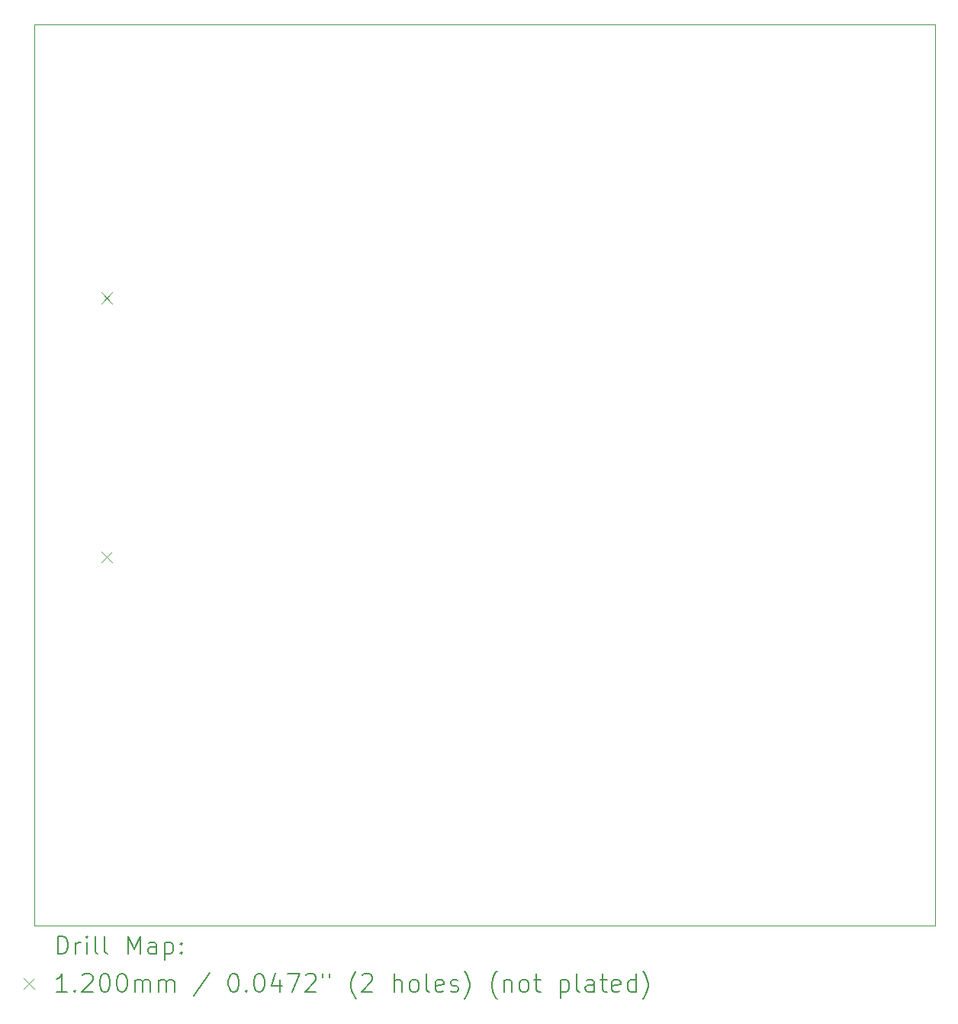
<source format=gbr>
%TF.GenerationSoftware,KiCad,Pcbnew,8.0.3*%
%TF.CreationDate,2024-11-19T22:25:56+01:00*%
%TF.ProjectId,weerstation-power,77656572-7374-4617-9469-6f6e2d706f77,rev?*%
%TF.SameCoordinates,Original*%
%TF.FileFunction,Drillmap*%
%TF.FilePolarity,Positive*%
%FSLAX45Y45*%
G04 Gerber Fmt 4.5, Leading zero omitted, Abs format (unit mm)*
G04 Created by KiCad (PCBNEW 8.0.3) date 2024-11-19 22:25:56*
%MOMM*%
%LPD*%
G01*
G04 APERTURE LIST*
%ADD10C,0.050000*%
%ADD11C,0.200000*%
%ADD12C,0.120000*%
G04 APERTURE END LIST*
D10*
X1200000Y-1200000D02*
X11200000Y-1200000D01*
X11200000Y-11200000D01*
X1200000Y-11200000D01*
X1200000Y-1200000D01*
D11*
D12*
X1940000Y-4175000D02*
X2060000Y-4295000D01*
X2060000Y-4175000D02*
X1940000Y-4295000D01*
X1940000Y-7050000D02*
X2060000Y-7170000D01*
X2060000Y-7050000D02*
X1940000Y-7170000D01*
D11*
X1458277Y-11513984D02*
X1458277Y-11313984D01*
X1458277Y-11313984D02*
X1505896Y-11313984D01*
X1505896Y-11313984D02*
X1534467Y-11323508D01*
X1534467Y-11323508D02*
X1553515Y-11342555D01*
X1553515Y-11342555D02*
X1563039Y-11361603D01*
X1563039Y-11361603D02*
X1572562Y-11399698D01*
X1572562Y-11399698D02*
X1572562Y-11428269D01*
X1572562Y-11428269D02*
X1563039Y-11466365D01*
X1563039Y-11466365D02*
X1553515Y-11485412D01*
X1553515Y-11485412D02*
X1534467Y-11504460D01*
X1534467Y-11504460D02*
X1505896Y-11513984D01*
X1505896Y-11513984D02*
X1458277Y-11513984D01*
X1658277Y-11513984D02*
X1658277Y-11380650D01*
X1658277Y-11418746D02*
X1667801Y-11399698D01*
X1667801Y-11399698D02*
X1677324Y-11390174D01*
X1677324Y-11390174D02*
X1696372Y-11380650D01*
X1696372Y-11380650D02*
X1715420Y-11380650D01*
X1782086Y-11513984D02*
X1782086Y-11380650D01*
X1782086Y-11313984D02*
X1772562Y-11323508D01*
X1772562Y-11323508D02*
X1782086Y-11333031D01*
X1782086Y-11333031D02*
X1791610Y-11323508D01*
X1791610Y-11323508D02*
X1782086Y-11313984D01*
X1782086Y-11313984D02*
X1782086Y-11333031D01*
X1905896Y-11513984D02*
X1886848Y-11504460D01*
X1886848Y-11504460D02*
X1877324Y-11485412D01*
X1877324Y-11485412D02*
X1877324Y-11313984D01*
X2010658Y-11513984D02*
X1991610Y-11504460D01*
X1991610Y-11504460D02*
X1982086Y-11485412D01*
X1982086Y-11485412D02*
X1982086Y-11313984D01*
X2239229Y-11513984D02*
X2239229Y-11313984D01*
X2239229Y-11313984D02*
X2305896Y-11456841D01*
X2305896Y-11456841D02*
X2372563Y-11313984D01*
X2372563Y-11313984D02*
X2372563Y-11513984D01*
X2553515Y-11513984D02*
X2553515Y-11409222D01*
X2553515Y-11409222D02*
X2543991Y-11390174D01*
X2543991Y-11390174D02*
X2524944Y-11380650D01*
X2524944Y-11380650D02*
X2486848Y-11380650D01*
X2486848Y-11380650D02*
X2467801Y-11390174D01*
X2553515Y-11504460D02*
X2534467Y-11513984D01*
X2534467Y-11513984D02*
X2486848Y-11513984D01*
X2486848Y-11513984D02*
X2467801Y-11504460D01*
X2467801Y-11504460D02*
X2458277Y-11485412D01*
X2458277Y-11485412D02*
X2458277Y-11466365D01*
X2458277Y-11466365D02*
X2467801Y-11447317D01*
X2467801Y-11447317D02*
X2486848Y-11437793D01*
X2486848Y-11437793D02*
X2534467Y-11437793D01*
X2534467Y-11437793D02*
X2553515Y-11428269D01*
X2648753Y-11380650D02*
X2648753Y-11580650D01*
X2648753Y-11390174D02*
X2667801Y-11380650D01*
X2667801Y-11380650D02*
X2705896Y-11380650D01*
X2705896Y-11380650D02*
X2724944Y-11390174D01*
X2724944Y-11390174D02*
X2734467Y-11399698D01*
X2734467Y-11399698D02*
X2743991Y-11418746D01*
X2743991Y-11418746D02*
X2743991Y-11475888D01*
X2743991Y-11475888D02*
X2734467Y-11494936D01*
X2734467Y-11494936D02*
X2724944Y-11504460D01*
X2724944Y-11504460D02*
X2705896Y-11513984D01*
X2705896Y-11513984D02*
X2667801Y-11513984D01*
X2667801Y-11513984D02*
X2648753Y-11504460D01*
X2829705Y-11494936D02*
X2839229Y-11504460D01*
X2839229Y-11504460D02*
X2829705Y-11513984D01*
X2829705Y-11513984D02*
X2820182Y-11504460D01*
X2820182Y-11504460D02*
X2829705Y-11494936D01*
X2829705Y-11494936D02*
X2829705Y-11513984D01*
X2829705Y-11390174D02*
X2839229Y-11399698D01*
X2839229Y-11399698D02*
X2829705Y-11409222D01*
X2829705Y-11409222D02*
X2820182Y-11399698D01*
X2820182Y-11399698D02*
X2829705Y-11390174D01*
X2829705Y-11390174D02*
X2829705Y-11409222D01*
D12*
X1077500Y-11782500D02*
X1197500Y-11902500D01*
X1197500Y-11782500D02*
X1077500Y-11902500D01*
D11*
X1563039Y-11933984D02*
X1448753Y-11933984D01*
X1505896Y-11933984D02*
X1505896Y-11733984D01*
X1505896Y-11733984D02*
X1486848Y-11762555D01*
X1486848Y-11762555D02*
X1467801Y-11781603D01*
X1467801Y-11781603D02*
X1448753Y-11791127D01*
X1648753Y-11914936D02*
X1658277Y-11924460D01*
X1658277Y-11924460D02*
X1648753Y-11933984D01*
X1648753Y-11933984D02*
X1639229Y-11924460D01*
X1639229Y-11924460D02*
X1648753Y-11914936D01*
X1648753Y-11914936D02*
X1648753Y-11933984D01*
X1734467Y-11753031D02*
X1743991Y-11743508D01*
X1743991Y-11743508D02*
X1763039Y-11733984D01*
X1763039Y-11733984D02*
X1810658Y-11733984D01*
X1810658Y-11733984D02*
X1829705Y-11743508D01*
X1829705Y-11743508D02*
X1839229Y-11753031D01*
X1839229Y-11753031D02*
X1848753Y-11772079D01*
X1848753Y-11772079D02*
X1848753Y-11791127D01*
X1848753Y-11791127D02*
X1839229Y-11819698D01*
X1839229Y-11819698D02*
X1724943Y-11933984D01*
X1724943Y-11933984D02*
X1848753Y-11933984D01*
X1972562Y-11733984D02*
X1991610Y-11733984D01*
X1991610Y-11733984D02*
X2010658Y-11743508D01*
X2010658Y-11743508D02*
X2020182Y-11753031D01*
X2020182Y-11753031D02*
X2029705Y-11772079D01*
X2029705Y-11772079D02*
X2039229Y-11810174D01*
X2039229Y-11810174D02*
X2039229Y-11857793D01*
X2039229Y-11857793D02*
X2029705Y-11895888D01*
X2029705Y-11895888D02*
X2020182Y-11914936D01*
X2020182Y-11914936D02*
X2010658Y-11924460D01*
X2010658Y-11924460D02*
X1991610Y-11933984D01*
X1991610Y-11933984D02*
X1972562Y-11933984D01*
X1972562Y-11933984D02*
X1953515Y-11924460D01*
X1953515Y-11924460D02*
X1943991Y-11914936D01*
X1943991Y-11914936D02*
X1934467Y-11895888D01*
X1934467Y-11895888D02*
X1924943Y-11857793D01*
X1924943Y-11857793D02*
X1924943Y-11810174D01*
X1924943Y-11810174D02*
X1934467Y-11772079D01*
X1934467Y-11772079D02*
X1943991Y-11753031D01*
X1943991Y-11753031D02*
X1953515Y-11743508D01*
X1953515Y-11743508D02*
X1972562Y-11733984D01*
X2163039Y-11733984D02*
X2182086Y-11733984D01*
X2182086Y-11733984D02*
X2201134Y-11743508D01*
X2201134Y-11743508D02*
X2210658Y-11753031D01*
X2210658Y-11753031D02*
X2220182Y-11772079D01*
X2220182Y-11772079D02*
X2229705Y-11810174D01*
X2229705Y-11810174D02*
X2229705Y-11857793D01*
X2229705Y-11857793D02*
X2220182Y-11895888D01*
X2220182Y-11895888D02*
X2210658Y-11914936D01*
X2210658Y-11914936D02*
X2201134Y-11924460D01*
X2201134Y-11924460D02*
X2182086Y-11933984D01*
X2182086Y-11933984D02*
X2163039Y-11933984D01*
X2163039Y-11933984D02*
X2143991Y-11924460D01*
X2143991Y-11924460D02*
X2134467Y-11914936D01*
X2134467Y-11914936D02*
X2124944Y-11895888D01*
X2124944Y-11895888D02*
X2115420Y-11857793D01*
X2115420Y-11857793D02*
X2115420Y-11810174D01*
X2115420Y-11810174D02*
X2124944Y-11772079D01*
X2124944Y-11772079D02*
X2134467Y-11753031D01*
X2134467Y-11753031D02*
X2143991Y-11743508D01*
X2143991Y-11743508D02*
X2163039Y-11733984D01*
X2315420Y-11933984D02*
X2315420Y-11800650D01*
X2315420Y-11819698D02*
X2324944Y-11810174D01*
X2324944Y-11810174D02*
X2343991Y-11800650D01*
X2343991Y-11800650D02*
X2372563Y-11800650D01*
X2372563Y-11800650D02*
X2391610Y-11810174D01*
X2391610Y-11810174D02*
X2401134Y-11829222D01*
X2401134Y-11829222D02*
X2401134Y-11933984D01*
X2401134Y-11829222D02*
X2410658Y-11810174D01*
X2410658Y-11810174D02*
X2429705Y-11800650D01*
X2429705Y-11800650D02*
X2458277Y-11800650D01*
X2458277Y-11800650D02*
X2477325Y-11810174D01*
X2477325Y-11810174D02*
X2486848Y-11829222D01*
X2486848Y-11829222D02*
X2486848Y-11933984D01*
X2582086Y-11933984D02*
X2582086Y-11800650D01*
X2582086Y-11819698D02*
X2591610Y-11810174D01*
X2591610Y-11810174D02*
X2610658Y-11800650D01*
X2610658Y-11800650D02*
X2639229Y-11800650D01*
X2639229Y-11800650D02*
X2658277Y-11810174D01*
X2658277Y-11810174D02*
X2667801Y-11829222D01*
X2667801Y-11829222D02*
X2667801Y-11933984D01*
X2667801Y-11829222D02*
X2677325Y-11810174D01*
X2677325Y-11810174D02*
X2696372Y-11800650D01*
X2696372Y-11800650D02*
X2724944Y-11800650D01*
X2724944Y-11800650D02*
X2743991Y-11810174D01*
X2743991Y-11810174D02*
X2753515Y-11829222D01*
X2753515Y-11829222D02*
X2753515Y-11933984D01*
X3143991Y-11724460D02*
X2972563Y-11981603D01*
X3401134Y-11733984D02*
X3420182Y-11733984D01*
X3420182Y-11733984D02*
X3439229Y-11743508D01*
X3439229Y-11743508D02*
X3448753Y-11753031D01*
X3448753Y-11753031D02*
X3458277Y-11772079D01*
X3458277Y-11772079D02*
X3467801Y-11810174D01*
X3467801Y-11810174D02*
X3467801Y-11857793D01*
X3467801Y-11857793D02*
X3458277Y-11895888D01*
X3458277Y-11895888D02*
X3448753Y-11914936D01*
X3448753Y-11914936D02*
X3439229Y-11924460D01*
X3439229Y-11924460D02*
X3420182Y-11933984D01*
X3420182Y-11933984D02*
X3401134Y-11933984D01*
X3401134Y-11933984D02*
X3382086Y-11924460D01*
X3382086Y-11924460D02*
X3372563Y-11914936D01*
X3372563Y-11914936D02*
X3363039Y-11895888D01*
X3363039Y-11895888D02*
X3353515Y-11857793D01*
X3353515Y-11857793D02*
X3353515Y-11810174D01*
X3353515Y-11810174D02*
X3363039Y-11772079D01*
X3363039Y-11772079D02*
X3372563Y-11753031D01*
X3372563Y-11753031D02*
X3382086Y-11743508D01*
X3382086Y-11743508D02*
X3401134Y-11733984D01*
X3553515Y-11914936D02*
X3563039Y-11924460D01*
X3563039Y-11924460D02*
X3553515Y-11933984D01*
X3553515Y-11933984D02*
X3543991Y-11924460D01*
X3543991Y-11924460D02*
X3553515Y-11914936D01*
X3553515Y-11914936D02*
X3553515Y-11933984D01*
X3686848Y-11733984D02*
X3705896Y-11733984D01*
X3705896Y-11733984D02*
X3724944Y-11743508D01*
X3724944Y-11743508D02*
X3734467Y-11753031D01*
X3734467Y-11753031D02*
X3743991Y-11772079D01*
X3743991Y-11772079D02*
X3753515Y-11810174D01*
X3753515Y-11810174D02*
X3753515Y-11857793D01*
X3753515Y-11857793D02*
X3743991Y-11895888D01*
X3743991Y-11895888D02*
X3734467Y-11914936D01*
X3734467Y-11914936D02*
X3724944Y-11924460D01*
X3724944Y-11924460D02*
X3705896Y-11933984D01*
X3705896Y-11933984D02*
X3686848Y-11933984D01*
X3686848Y-11933984D02*
X3667801Y-11924460D01*
X3667801Y-11924460D02*
X3658277Y-11914936D01*
X3658277Y-11914936D02*
X3648753Y-11895888D01*
X3648753Y-11895888D02*
X3639229Y-11857793D01*
X3639229Y-11857793D02*
X3639229Y-11810174D01*
X3639229Y-11810174D02*
X3648753Y-11772079D01*
X3648753Y-11772079D02*
X3658277Y-11753031D01*
X3658277Y-11753031D02*
X3667801Y-11743508D01*
X3667801Y-11743508D02*
X3686848Y-11733984D01*
X3924944Y-11800650D02*
X3924944Y-11933984D01*
X3877325Y-11724460D02*
X3829706Y-11867317D01*
X3829706Y-11867317D02*
X3953515Y-11867317D01*
X4010658Y-11733984D02*
X4143991Y-11733984D01*
X4143991Y-11733984D02*
X4058277Y-11933984D01*
X4210658Y-11753031D02*
X4220182Y-11743508D01*
X4220182Y-11743508D02*
X4239229Y-11733984D01*
X4239229Y-11733984D02*
X4286849Y-11733984D01*
X4286849Y-11733984D02*
X4305896Y-11743508D01*
X4305896Y-11743508D02*
X4315420Y-11753031D01*
X4315420Y-11753031D02*
X4324944Y-11772079D01*
X4324944Y-11772079D02*
X4324944Y-11791127D01*
X4324944Y-11791127D02*
X4315420Y-11819698D01*
X4315420Y-11819698D02*
X4201134Y-11933984D01*
X4201134Y-11933984D02*
X4324944Y-11933984D01*
X4401134Y-11733984D02*
X4401134Y-11772079D01*
X4477325Y-11733984D02*
X4477325Y-11772079D01*
X4772563Y-12010174D02*
X4763039Y-12000650D01*
X4763039Y-12000650D02*
X4743991Y-11972079D01*
X4743991Y-11972079D02*
X4734468Y-11953031D01*
X4734468Y-11953031D02*
X4724944Y-11924460D01*
X4724944Y-11924460D02*
X4715420Y-11876841D01*
X4715420Y-11876841D02*
X4715420Y-11838746D01*
X4715420Y-11838746D02*
X4724944Y-11791127D01*
X4724944Y-11791127D02*
X4734468Y-11762555D01*
X4734468Y-11762555D02*
X4743991Y-11743508D01*
X4743991Y-11743508D02*
X4763039Y-11714936D01*
X4763039Y-11714936D02*
X4772563Y-11705412D01*
X4839230Y-11753031D02*
X4848753Y-11743508D01*
X4848753Y-11743508D02*
X4867801Y-11733984D01*
X4867801Y-11733984D02*
X4915420Y-11733984D01*
X4915420Y-11733984D02*
X4934468Y-11743508D01*
X4934468Y-11743508D02*
X4943991Y-11753031D01*
X4943991Y-11753031D02*
X4953515Y-11772079D01*
X4953515Y-11772079D02*
X4953515Y-11791127D01*
X4953515Y-11791127D02*
X4943991Y-11819698D01*
X4943991Y-11819698D02*
X4829706Y-11933984D01*
X4829706Y-11933984D02*
X4953515Y-11933984D01*
X5191611Y-11933984D02*
X5191611Y-11733984D01*
X5277325Y-11933984D02*
X5277325Y-11829222D01*
X5277325Y-11829222D02*
X5267801Y-11810174D01*
X5267801Y-11810174D02*
X5248753Y-11800650D01*
X5248753Y-11800650D02*
X5220182Y-11800650D01*
X5220182Y-11800650D02*
X5201134Y-11810174D01*
X5201134Y-11810174D02*
X5191611Y-11819698D01*
X5401134Y-11933984D02*
X5382087Y-11924460D01*
X5382087Y-11924460D02*
X5372563Y-11914936D01*
X5372563Y-11914936D02*
X5363039Y-11895888D01*
X5363039Y-11895888D02*
X5363039Y-11838746D01*
X5363039Y-11838746D02*
X5372563Y-11819698D01*
X5372563Y-11819698D02*
X5382087Y-11810174D01*
X5382087Y-11810174D02*
X5401134Y-11800650D01*
X5401134Y-11800650D02*
X5429706Y-11800650D01*
X5429706Y-11800650D02*
X5448753Y-11810174D01*
X5448753Y-11810174D02*
X5458277Y-11819698D01*
X5458277Y-11819698D02*
X5467801Y-11838746D01*
X5467801Y-11838746D02*
X5467801Y-11895888D01*
X5467801Y-11895888D02*
X5458277Y-11914936D01*
X5458277Y-11914936D02*
X5448753Y-11924460D01*
X5448753Y-11924460D02*
X5429706Y-11933984D01*
X5429706Y-11933984D02*
X5401134Y-11933984D01*
X5582087Y-11933984D02*
X5563039Y-11924460D01*
X5563039Y-11924460D02*
X5553515Y-11905412D01*
X5553515Y-11905412D02*
X5553515Y-11733984D01*
X5734468Y-11924460D02*
X5715420Y-11933984D01*
X5715420Y-11933984D02*
X5677325Y-11933984D01*
X5677325Y-11933984D02*
X5658277Y-11924460D01*
X5658277Y-11924460D02*
X5648753Y-11905412D01*
X5648753Y-11905412D02*
X5648753Y-11829222D01*
X5648753Y-11829222D02*
X5658277Y-11810174D01*
X5658277Y-11810174D02*
X5677325Y-11800650D01*
X5677325Y-11800650D02*
X5715420Y-11800650D01*
X5715420Y-11800650D02*
X5734468Y-11810174D01*
X5734468Y-11810174D02*
X5743991Y-11829222D01*
X5743991Y-11829222D02*
X5743991Y-11848269D01*
X5743991Y-11848269D02*
X5648753Y-11867317D01*
X5820182Y-11924460D02*
X5839230Y-11933984D01*
X5839230Y-11933984D02*
X5877325Y-11933984D01*
X5877325Y-11933984D02*
X5896372Y-11924460D01*
X5896372Y-11924460D02*
X5905896Y-11905412D01*
X5905896Y-11905412D02*
X5905896Y-11895888D01*
X5905896Y-11895888D02*
X5896372Y-11876841D01*
X5896372Y-11876841D02*
X5877325Y-11867317D01*
X5877325Y-11867317D02*
X5848753Y-11867317D01*
X5848753Y-11867317D02*
X5829706Y-11857793D01*
X5829706Y-11857793D02*
X5820182Y-11838746D01*
X5820182Y-11838746D02*
X5820182Y-11829222D01*
X5820182Y-11829222D02*
X5829706Y-11810174D01*
X5829706Y-11810174D02*
X5848753Y-11800650D01*
X5848753Y-11800650D02*
X5877325Y-11800650D01*
X5877325Y-11800650D02*
X5896372Y-11810174D01*
X5972563Y-12010174D02*
X5982087Y-12000650D01*
X5982087Y-12000650D02*
X6001134Y-11972079D01*
X6001134Y-11972079D02*
X6010658Y-11953031D01*
X6010658Y-11953031D02*
X6020182Y-11924460D01*
X6020182Y-11924460D02*
X6029706Y-11876841D01*
X6029706Y-11876841D02*
X6029706Y-11838746D01*
X6029706Y-11838746D02*
X6020182Y-11791127D01*
X6020182Y-11791127D02*
X6010658Y-11762555D01*
X6010658Y-11762555D02*
X6001134Y-11743508D01*
X6001134Y-11743508D02*
X5982087Y-11714936D01*
X5982087Y-11714936D02*
X5972563Y-11705412D01*
X6334468Y-12010174D02*
X6324944Y-12000650D01*
X6324944Y-12000650D02*
X6305896Y-11972079D01*
X6305896Y-11972079D02*
X6296372Y-11953031D01*
X6296372Y-11953031D02*
X6286849Y-11924460D01*
X6286849Y-11924460D02*
X6277325Y-11876841D01*
X6277325Y-11876841D02*
X6277325Y-11838746D01*
X6277325Y-11838746D02*
X6286849Y-11791127D01*
X6286849Y-11791127D02*
X6296372Y-11762555D01*
X6296372Y-11762555D02*
X6305896Y-11743508D01*
X6305896Y-11743508D02*
X6324944Y-11714936D01*
X6324944Y-11714936D02*
X6334468Y-11705412D01*
X6410658Y-11800650D02*
X6410658Y-11933984D01*
X6410658Y-11819698D02*
X6420182Y-11810174D01*
X6420182Y-11810174D02*
X6439230Y-11800650D01*
X6439230Y-11800650D02*
X6467801Y-11800650D01*
X6467801Y-11800650D02*
X6486849Y-11810174D01*
X6486849Y-11810174D02*
X6496372Y-11829222D01*
X6496372Y-11829222D02*
X6496372Y-11933984D01*
X6620182Y-11933984D02*
X6601134Y-11924460D01*
X6601134Y-11924460D02*
X6591611Y-11914936D01*
X6591611Y-11914936D02*
X6582087Y-11895888D01*
X6582087Y-11895888D02*
X6582087Y-11838746D01*
X6582087Y-11838746D02*
X6591611Y-11819698D01*
X6591611Y-11819698D02*
X6601134Y-11810174D01*
X6601134Y-11810174D02*
X6620182Y-11800650D01*
X6620182Y-11800650D02*
X6648753Y-11800650D01*
X6648753Y-11800650D02*
X6667801Y-11810174D01*
X6667801Y-11810174D02*
X6677325Y-11819698D01*
X6677325Y-11819698D02*
X6686849Y-11838746D01*
X6686849Y-11838746D02*
X6686849Y-11895888D01*
X6686849Y-11895888D02*
X6677325Y-11914936D01*
X6677325Y-11914936D02*
X6667801Y-11924460D01*
X6667801Y-11924460D02*
X6648753Y-11933984D01*
X6648753Y-11933984D02*
X6620182Y-11933984D01*
X6743992Y-11800650D02*
X6820182Y-11800650D01*
X6772563Y-11733984D02*
X6772563Y-11905412D01*
X6772563Y-11905412D02*
X6782087Y-11924460D01*
X6782087Y-11924460D02*
X6801134Y-11933984D01*
X6801134Y-11933984D02*
X6820182Y-11933984D01*
X7039230Y-11800650D02*
X7039230Y-12000650D01*
X7039230Y-11810174D02*
X7058277Y-11800650D01*
X7058277Y-11800650D02*
X7096373Y-11800650D01*
X7096373Y-11800650D02*
X7115420Y-11810174D01*
X7115420Y-11810174D02*
X7124944Y-11819698D01*
X7124944Y-11819698D02*
X7134468Y-11838746D01*
X7134468Y-11838746D02*
X7134468Y-11895888D01*
X7134468Y-11895888D02*
X7124944Y-11914936D01*
X7124944Y-11914936D02*
X7115420Y-11924460D01*
X7115420Y-11924460D02*
X7096373Y-11933984D01*
X7096373Y-11933984D02*
X7058277Y-11933984D01*
X7058277Y-11933984D02*
X7039230Y-11924460D01*
X7248753Y-11933984D02*
X7229706Y-11924460D01*
X7229706Y-11924460D02*
X7220182Y-11905412D01*
X7220182Y-11905412D02*
X7220182Y-11733984D01*
X7410658Y-11933984D02*
X7410658Y-11829222D01*
X7410658Y-11829222D02*
X7401134Y-11810174D01*
X7401134Y-11810174D02*
X7382087Y-11800650D01*
X7382087Y-11800650D02*
X7343992Y-11800650D01*
X7343992Y-11800650D02*
X7324944Y-11810174D01*
X7410658Y-11924460D02*
X7391611Y-11933984D01*
X7391611Y-11933984D02*
X7343992Y-11933984D01*
X7343992Y-11933984D02*
X7324944Y-11924460D01*
X7324944Y-11924460D02*
X7315420Y-11905412D01*
X7315420Y-11905412D02*
X7315420Y-11886365D01*
X7315420Y-11886365D02*
X7324944Y-11867317D01*
X7324944Y-11867317D02*
X7343992Y-11857793D01*
X7343992Y-11857793D02*
X7391611Y-11857793D01*
X7391611Y-11857793D02*
X7410658Y-11848269D01*
X7477325Y-11800650D02*
X7553515Y-11800650D01*
X7505896Y-11733984D02*
X7505896Y-11905412D01*
X7505896Y-11905412D02*
X7515420Y-11924460D01*
X7515420Y-11924460D02*
X7534468Y-11933984D01*
X7534468Y-11933984D02*
X7553515Y-11933984D01*
X7696373Y-11924460D02*
X7677325Y-11933984D01*
X7677325Y-11933984D02*
X7639230Y-11933984D01*
X7639230Y-11933984D02*
X7620182Y-11924460D01*
X7620182Y-11924460D02*
X7610658Y-11905412D01*
X7610658Y-11905412D02*
X7610658Y-11829222D01*
X7610658Y-11829222D02*
X7620182Y-11810174D01*
X7620182Y-11810174D02*
X7639230Y-11800650D01*
X7639230Y-11800650D02*
X7677325Y-11800650D01*
X7677325Y-11800650D02*
X7696373Y-11810174D01*
X7696373Y-11810174D02*
X7705896Y-11829222D01*
X7705896Y-11829222D02*
X7705896Y-11848269D01*
X7705896Y-11848269D02*
X7610658Y-11867317D01*
X7877325Y-11933984D02*
X7877325Y-11733984D01*
X7877325Y-11924460D02*
X7858277Y-11933984D01*
X7858277Y-11933984D02*
X7820182Y-11933984D01*
X7820182Y-11933984D02*
X7801134Y-11924460D01*
X7801134Y-11924460D02*
X7791611Y-11914936D01*
X7791611Y-11914936D02*
X7782087Y-11895888D01*
X7782087Y-11895888D02*
X7782087Y-11838746D01*
X7782087Y-11838746D02*
X7791611Y-11819698D01*
X7791611Y-11819698D02*
X7801134Y-11810174D01*
X7801134Y-11810174D02*
X7820182Y-11800650D01*
X7820182Y-11800650D02*
X7858277Y-11800650D01*
X7858277Y-11800650D02*
X7877325Y-11810174D01*
X7953515Y-12010174D02*
X7963039Y-12000650D01*
X7963039Y-12000650D02*
X7982087Y-11972079D01*
X7982087Y-11972079D02*
X7991611Y-11953031D01*
X7991611Y-11953031D02*
X8001134Y-11924460D01*
X8001134Y-11924460D02*
X8010658Y-11876841D01*
X8010658Y-11876841D02*
X8010658Y-11838746D01*
X8010658Y-11838746D02*
X8001134Y-11791127D01*
X8001134Y-11791127D02*
X7991611Y-11762555D01*
X7991611Y-11762555D02*
X7982087Y-11743508D01*
X7982087Y-11743508D02*
X7963039Y-11714936D01*
X7963039Y-11714936D02*
X7953515Y-11705412D01*
M02*

</source>
